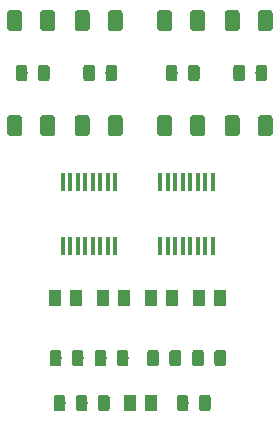
<source format=gbr>
G04 #@! TF.GenerationSoftware,KiCad,Pcbnew,(5.1.2)-2*
G04 #@! TF.CreationDate,2019-12-14T19:53:28+01:00*
G04 #@! TF.ProjectId,IS1212_click,49533132-3132-45f6-936c-69636b2e6b69,rev?*
G04 #@! TF.SameCoordinates,Original*
G04 #@! TF.FileFunction,Paste,Top*
G04 #@! TF.FilePolarity,Positive*
%FSLAX46Y46*%
G04 Gerber Fmt 4.6, Leading zero omitted, Abs format (unit mm)*
G04 Created by KiCad (PCBNEW (5.1.2)-2) date 2019-12-14 19:53:28*
%MOMM*%
%LPD*%
G04 APERTURE LIST*
%ADD10R,0.406400X1.600200*%
%ADD11C,0.100000*%
%ADD12C,0.975000*%
%ADD13C,1.250000*%
%ADD14R,1.100000X1.400000*%
G04 APERTURE END LIST*
D10*
X74295000Y-133350000D03*
X73660000Y-133350000D03*
X73025000Y-133350000D03*
X72390000Y-133350000D03*
X71755000Y-133350000D03*
X71120000Y-133350000D03*
X70485000Y-133350000D03*
X69850000Y-133350000D03*
X74295000Y-127939800D03*
X73660000Y-127939800D03*
X73025000Y-127939800D03*
X72390000Y-127939800D03*
X71755000Y-127939800D03*
X71120000Y-127939800D03*
X70485000Y-127939800D03*
X69850000Y-127939800D03*
X78105000Y-127939800D03*
X78740000Y-127939800D03*
X79375000Y-127939800D03*
X80010000Y-127939800D03*
X80645000Y-127939800D03*
X81280000Y-127939800D03*
X81915000Y-127939800D03*
X82550000Y-127939800D03*
X78105000Y-133350000D03*
X78740000Y-133350000D03*
X79375000Y-133350000D03*
X80010000Y-133350000D03*
X80645000Y-133350000D03*
X81280000Y-133350000D03*
X81915000Y-133350000D03*
X82550000Y-133350000D03*
D11*
G36*
X66640142Y-118046174D02*
G01*
X66663803Y-118049684D01*
X66687007Y-118055496D01*
X66709529Y-118063554D01*
X66731153Y-118073782D01*
X66751670Y-118086079D01*
X66770883Y-118100329D01*
X66788607Y-118116393D01*
X66804671Y-118134117D01*
X66818921Y-118153330D01*
X66831218Y-118173847D01*
X66841446Y-118195471D01*
X66849504Y-118217993D01*
X66855316Y-118241197D01*
X66858826Y-118264858D01*
X66860000Y-118288750D01*
X66860000Y-119201250D01*
X66858826Y-119225142D01*
X66855316Y-119248803D01*
X66849504Y-119272007D01*
X66841446Y-119294529D01*
X66831218Y-119316153D01*
X66818921Y-119336670D01*
X66804671Y-119355883D01*
X66788607Y-119373607D01*
X66770883Y-119389671D01*
X66751670Y-119403921D01*
X66731153Y-119416218D01*
X66709529Y-119426446D01*
X66687007Y-119434504D01*
X66663803Y-119440316D01*
X66640142Y-119443826D01*
X66616250Y-119445000D01*
X66128750Y-119445000D01*
X66104858Y-119443826D01*
X66081197Y-119440316D01*
X66057993Y-119434504D01*
X66035471Y-119426446D01*
X66013847Y-119416218D01*
X65993330Y-119403921D01*
X65974117Y-119389671D01*
X65956393Y-119373607D01*
X65940329Y-119355883D01*
X65926079Y-119336670D01*
X65913782Y-119316153D01*
X65903554Y-119294529D01*
X65895496Y-119272007D01*
X65889684Y-119248803D01*
X65886174Y-119225142D01*
X65885000Y-119201250D01*
X65885000Y-118288750D01*
X65886174Y-118264858D01*
X65889684Y-118241197D01*
X65895496Y-118217993D01*
X65903554Y-118195471D01*
X65913782Y-118173847D01*
X65926079Y-118153330D01*
X65940329Y-118134117D01*
X65956393Y-118116393D01*
X65974117Y-118100329D01*
X65993330Y-118086079D01*
X66013847Y-118073782D01*
X66035471Y-118063554D01*
X66057993Y-118055496D01*
X66081197Y-118049684D01*
X66104858Y-118046174D01*
X66128750Y-118045000D01*
X66616250Y-118045000D01*
X66640142Y-118046174D01*
X66640142Y-118046174D01*
G37*
D12*
X66372500Y-118745000D03*
D11*
G36*
X68515142Y-118046174D02*
G01*
X68538803Y-118049684D01*
X68562007Y-118055496D01*
X68584529Y-118063554D01*
X68606153Y-118073782D01*
X68626670Y-118086079D01*
X68645883Y-118100329D01*
X68663607Y-118116393D01*
X68679671Y-118134117D01*
X68693921Y-118153330D01*
X68706218Y-118173847D01*
X68716446Y-118195471D01*
X68724504Y-118217993D01*
X68730316Y-118241197D01*
X68733826Y-118264858D01*
X68735000Y-118288750D01*
X68735000Y-119201250D01*
X68733826Y-119225142D01*
X68730316Y-119248803D01*
X68724504Y-119272007D01*
X68716446Y-119294529D01*
X68706218Y-119316153D01*
X68693921Y-119336670D01*
X68679671Y-119355883D01*
X68663607Y-119373607D01*
X68645883Y-119389671D01*
X68626670Y-119403921D01*
X68606153Y-119416218D01*
X68584529Y-119426446D01*
X68562007Y-119434504D01*
X68538803Y-119440316D01*
X68515142Y-119443826D01*
X68491250Y-119445000D01*
X68003750Y-119445000D01*
X67979858Y-119443826D01*
X67956197Y-119440316D01*
X67932993Y-119434504D01*
X67910471Y-119426446D01*
X67888847Y-119416218D01*
X67868330Y-119403921D01*
X67849117Y-119389671D01*
X67831393Y-119373607D01*
X67815329Y-119355883D01*
X67801079Y-119336670D01*
X67788782Y-119316153D01*
X67778554Y-119294529D01*
X67770496Y-119272007D01*
X67764684Y-119248803D01*
X67761174Y-119225142D01*
X67760000Y-119201250D01*
X67760000Y-118288750D01*
X67761174Y-118264858D01*
X67764684Y-118241197D01*
X67770496Y-118217993D01*
X67778554Y-118195471D01*
X67788782Y-118173847D01*
X67801079Y-118153330D01*
X67815329Y-118134117D01*
X67831393Y-118116393D01*
X67849117Y-118100329D01*
X67868330Y-118086079D01*
X67888847Y-118073782D01*
X67910471Y-118063554D01*
X67932993Y-118055496D01*
X67956197Y-118049684D01*
X67979858Y-118046174D01*
X68003750Y-118045000D01*
X68491250Y-118045000D01*
X68515142Y-118046174D01*
X68515142Y-118046174D01*
G37*
D12*
X68247500Y-118745000D03*
D11*
G36*
X74230142Y-118046174D02*
G01*
X74253803Y-118049684D01*
X74277007Y-118055496D01*
X74299529Y-118063554D01*
X74321153Y-118073782D01*
X74341670Y-118086079D01*
X74360883Y-118100329D01*
X74378607Y-118116393D01*
X74394671Y-118134117D01*
X74408921Y-118153330D01*
X74421218Y-118173847D01*
X74431446Y-118195471D01*
X74439504Y-118217993D01*
X74445316Y-118241197D01*
X74448826Y-118264858D01*
X74450000Y-118288750D01*
X74450000Y-119201250D01*
X74448826Y-119225142D01*
X74445316Y-119248803D01*
X74439504Y-119272007D01*
X74431446Y-119294529D01*
X74421218Y-119316153D01*
X74408921Y-119336670D01*
X74394671Y-119355883D01*
X74378607Y-119373607D01*
X74360883Y-119389671D01*
X74341670Y-119403921D01*
X74321153Y-119416218D01*
X74299529Y-119426446D01*
X74277007Y-119434504D01*
X74253803Y-119440316D01*
X74230142Y-119443826D01*
X74206250Y-119445000D01*
X73718750Y-119445000D01*
X73694858Y-119443826D01*
X73671197Y-119440316D01*
X73647993Y-119434504D01*
X73625471Y-119426446D01*
X73603847Y-119416218D01*
X73583330Y-119403921D01*
X73564117Y-119389671D01*
X73546393Y-119373607D01*
X73530329Y-119355883D01*
X73516079Y-119336670D01*
X73503782Y-119316153D01*
X73493554Y-119294529D01*
X73485496Y-119272007D01*
X73479684Y-119248803D01*
X73476174Y-119225142D01*
X73475000Y-119201250D01*
X73475000Y-118288750D01*
X73476174Y-118264858D01*
X73479684Y-118241197D01*
X73485496Y-118217993D01*
X73493554Y-118195471D01*
X73503782Y-118173847D01*
X73516079Y-118153330D01*
X73530329Y-118134117D01*
X73546393Y-118116393D01*
X73564117Y-118100329D01*
X73583330Y-118086079D01*
X73603847Y-118073782D01*
X73625471Y-118063554D01*
X73647993Y-118055496D01*
X73671197Y-118049684D01*
X73694858Y-118046174D01*
X73718750Y-118045000D01*
X74206250Y-118045000D01*
X74230142Y-118046174D01*
X74230142Y-118046174D01*
G37*
D12*
X73962500Y-118745000D03*
D11*
G36*
X72355142Y-118046174D02*
G01*
X72378803Y-118049684D01*
X72402007Y-118055496D01*
X72424529Y-118063554D01*
X72446153Y-118073782D01*
X72466670Y-118086079D01*
X72485883Y-118100329D01*
X72503607Y-118116393D01*
X72519671Y-118134117D01*
X72533921Y-118153330D01*
X72546218Y-118173847D01*
X72556446Y-118195471D01*
X72564504Y-118217993D01*
X72570316Y-118241197D01*
X72573826Y-118264858D01*
X72575000Y-118288750D01*
X72575000Y-119201250D01*
X72573826Y-119225142D01*
X72570316Y-119248803D01*
X72564504Y-119272007D01*
X72556446Y-119294529D01*
X72546218Y-119316153D01*
X72533921Y-119336670D01*
X72519671Y-119355883D01*
X72503607Y-119373607D01*
X72485883Y-119389671D01*
X72466670Y-119403921D01*
X72446153Y-119416218D01*
X72424529Y-119426446D01*
X72402007Y-119434504D01*
X72378803Y-119440316D01*
X72355142Y-119443826D01*
X72331250Y-119445000D01*
X71843750Y-119445000D01*
X71819858Y-119443826D01*
X71796197Y-119440316D01*
X71772993Y-119434504D01*
X71750471Y-119426446D01*
X71728847Y-119416218D01*
X71708330Y-119403921D01*
X71689117Y-119389671D01*
X71671393Y-119373607D01*
X71655329Y-119355883D01*
X71641079Y-119336670D01*
X71628782Y-119316153D01*
X71618554Y-119294529D01*
X71610496Y-119272007D01*
X71604684Y-119248803D01*
X71601174Y-119225142D01*
X71600000Y-119201250D01*
X71600000Y-118288750D01*
X71601174Y-118264858D01*
X71604684Y-118241197D01*
X71610496Y-118217993D01*
X71618554Y-118195471D01*
X71628782Y-118173847D01*
X71641079Y-118153330D01*
X71655329Y-118134117D01*
X71671393Y-118116393D01*
X71689117Y-118100329D01*
X71708330Y-118086079D01*
X71728847Y-118073782D01*
X71750471Y-118063554D01*
X71772993Y-118055496D01*
X71796197Y-118049684D01*
X71819858Y-118046174D01*
X71843750Y-118045000D01*
X72331250Y-118045000D01*
X72355142Y-118046174D01*
X72355142Y-118046174D01*
G37*
D12*
X72087500Y-118745000D03*
D11*
G36*
X79340142Y-118046174D02*
G01*
X79363803Y-118049684D01*
X79387007Y-118055496D01*
X79409529Y-118063554D01*
X79431153Y-118073782D01*
X79451670Y-118086079D01*
X79470883Y-118100329D01*
X79488607Y-118116393D01*
X79504671Y-118134117D01*
X79518921Y-118153330D01*
X79531218Y-118173847D01*
X79541446Y-118195471D01*
X79549504Y-118217993D01*
X79555316Y-118241197D01*
X79558826Y-118264858D01*
X79560000Y-118288750D01*
X79560000Y-119201250D01*
X79558826Y-119225142D01*
X79555316Y-119248803D01*
X79549504Y-119272007D01*
X79541446Y-119294529D01*
X79531218Y-119316153D01*
X79518921Y-119336670D01*
X79504671Y-119355883D01*
X79488607Y-119373607D01*
X79470883Y-119389671D01*
X79451670Y-119403921D01*
X79431153Y-119416218D01*
X79409529Y-119426446D01*
X79387007Y-119434504D01*
X79363803Y-119440316D01*
X79340142Y-119443826D01*
X79316250Y-119445000D01*
X78828750Y-119445000D01*
X78804858Y-119443826D01*
X78781197Y-119440316D01*
X78757993Y-119434504D01*
X78735471Y-119426446D01*
X78713847Y-119416218D01*
X78693330Y-119403921D01*
X78674117Y-119389671D01*
X78656393Y-119373607D01*
X78640329Y-119355883D01*
X78626079Y-119336670D01*
X78613782Y-119316153D01*
X78603554Y-119294529D01*
X78595496Y-119272007D01*
X78589684Y-119248803D01*
X78586174Y-119225142D01*
X78585000Y-119201250D01*
X78585000Y-118288750D01*
X78586174Y-118264858D01*
X78589684Y-118241197D01*
X78595496Y-118217993D01*
X78603554Y-118195471D01*
X78613782Y-118173847D01*
X78626079Y-118153330D01*
X78640329Y-118134117D01*
X78656393Y-118116393D01*
X78674117Y-118100329D01*
X78693330Y-118086079D01*
X78713847Y-118073782D01*
X78735471Y-118063554D01*
X78757993Y-118055496D01*
X78781197Y-118049684D01*
X78804858Y-118046174D01*
X78828750Y-118045000D01*
X79316250Y-118045000D01*
X79340142Y-118046174D01*
X79340142Y-118046174D01*
G37*
D12*
X79072500Y-118745000D03*
D11*
G36*
X81215142Y-118046174D02*
G01*
X81238803Y-118049684D01*
X81262007Y-118055496D01*
X81284529Y-118063554D01*
X81306153Y-118073782D01*
X81326670Y-118086079D01*
X81345883Y-118100329D01*
X81363607Y-118116393D01*
X81379671Y-118134117D01*
X81393921Y-118153330D01*
X81406218Y-118173847D01*
X81416446Y-118195471D01*
X81424504Y-118217993D01*
X81430316Y-118241197D01*
X81433826Y-118264858D01*
X81435000Y-118288750D01*
X81435000Y-119201250D01*
X81433826Y-119225142D01*
X81430316Y-119248803D01*
X81424504Y-119272007D01*
X81416446Y-119294529D01*
X81406218Y-119316153D01*
X81393921Y-119336670D01*
X81379671Y-119355883D01*
X81363607Y-119373607D01*
X81345883Y-119389671D01*
X81326670Y-119403921D01*
X81306153Y-119416218D01*
X81284529Y-119426446D01*
X81262007Y-119434504D01*
X81238803Y-119440316D01*
X81215142Y-119443826D01*
X81191250Y-119445000D01*
X80703750Y-119445000D01*
X80679858Y-119443826D01*
X80656197Y-119440316D01*
X80632993Y-119434504D01*
X80610471Y-119426446D01*
X80588847Y-119416218D01*
X80568330Y-119403921D01*
X80549117Y-119389671D01*
X80531393Y-119373607D01*
X80515329Y-119355883D01*
X80501079Y-119336670D01*
X80488782Y-119316153D01*
X80478554Y-119294529D01*
X80470496Y-119272007D01*
X80464684Y-119248803D01*
X80461174Y-119225142D01*
X80460000Y-119201250D01*
X80460000Y-118288750D01*
X80461174Y-118264858D01*
X80464684Y-118241197D01*
X80470496Y-118217993D01*
X80478554Y-118195471D01*
X80488782Y-118173847D01*
X80501079Y-118153330D01*
X80515329Y-118134117D01*
X80531393Y-118116393D01*
X80549117Y-118100329D01*
X80568330Y-118086079D01*
X80588847Y-118073782D01*
X80610471Y-118063554D01*
X80632993Y-118055496D01*
X80656197Y-118049684D01*
X80679858Y-118046174D01*
X80703750Y-118045000D01*
X81191250Y-118045000D01*
X81215142Y-118046174D01*
X81215142Y-118046174D01*
G37*
D12*
X80947500Y-118745000D03*
D11*
G36*
X85055142Y-118046174D02*
G01*
X85078803Y-118049684D01*
X85102007Y-118055496D01*
X85124529Y-118063554D01*
X85146153Y-118073782D01*
X85166670Y-118086079D01*
X85185883Y-118100329D01*
X85203607Y-118116393D01*
X85219671Y-118134117D01*
X85233921Y-118153330D01*
X85246218Y-118173847D01*
X85256446Y-118195471D01*
X85264504Y-118217993D01*
X85270316Y-118241197D01*
X85273826Y-118264858D01*
X85275000Y-118288750D01*
X85275000Y-119201250D01*
X85273826Y-119225142D01*
X85270316Y-119248803D01*
X85264504Y-119272007D01*
X85256446Y-119294529D01*
X85246218Y-119316153D01*
X85233921Y-119336670D01*
X85219671Y-119355883D01*
X85203607Y-119373607D01*
X85185883Y-119389671D01*
X85166670Y-119403921D01*
X85146153Y-119416218D01*
X85124529Y-119426446D01*
X85102007Y-119434504D01*
X85078803Y-119440316D01*
X85055142Y-119443826D01*
X85031250Y-119445000D01*
X84543750Y-119445000D01*
X84519858Y-119443826D01*
X84496197Y-119440316D01*
X84472993Y-119434504D01*
X84450471Y-119426446D01*
X84428847Y-119416218D01*
X84408330Y-119403921D01*
X84389117Y-119389671D01*
X84371393Y-119373607D01*
X84355329Y-119355883D01*
X84341079Y-119336670D01*
X84328782Y-119316153D01*
X84318554Y-119294529D01*
X84310496Y-119272007D01*
X84304684Y-119248803D01*
X84301174Y-119225142D01*
X84300000Y-119201250D01*
X84300000Y-118288750D01*
X84301174Y-118264858D01*
X84304684Y-118241197D01*
X84310496Y-118217993D01*
X84318554Y-118195471D01*
X84328782Y-118173847D01*
X84341079Y-118153330D01*
X84355329Y-118134117D01*
X84371393Y-118116393D01*
X84389117Y-118100329D01*
X84408330Y-118086079D01*
X84428847Y-118073782D01*
X84450471Y-118063554D01*
X84472993Y-118055496D01*
X84496197Y-118049684D01*
X84519858Y-118046174D01*
X84543750Y-118045000D01*
X85031250Y-118045000D01*
X85055142Y-118046174D01*
X85055142Y-118046174D01*
G37*
D12*
X84787500Y-118745000D03*
D11*
G36*
X86930142Y-118046174D02*
G01*
X86953803Y-118049684D01*
X86977007Y-118055496D01*
X86999529Y-118063554D01*
X87021153Y-118073782D01*
X87041670Y-118086079D01*
X87060883Y-118100329D01*
X87078607Y-118116393D01*
X87094671Y-118134117D01*
X87108921Y-118153330D01*
X87121218Y-118173847D01*
X87131446Y-118195471D01*
X87139504Y-118217993D01*
X87145316Y-118241197D01*
X87148826Y-118264858D01*
X87150000Y-118288750D01*
X87150000Y-119201250D01*
X87148826Y-119225142D01*
X87145316Y-119248803D01*
X87139504Y-119272007D01*
X87131446Y-119294529D01*
X87121218Y-119316153D01*
X87108921Y-119336670D01*
X87094671Y-119355883D01*
X87078607Y-119373607D01*
X87060883Y-119389671D01*
X87041670Y-119403921D01*
X87021153Y-119416218D01*
X86999529Y-119426446D01*
X86977007Y-119434504D01*
X86953803Y-119440316D01*
X86930142Y-119443826D01*
X86906250Y-119445000D01*
X86418750Y-119445000D01*
X86394858Y-119443826D01*
X86371197Y-119440316D01*
X86347993Y-119434504D01*
X86325471Y-119426446D01*
X86303847Y-119416218D01*
X86283330Y-119403921D01*
X86264117Y-119389671D01*
X86246393Y-119373607D01*
X86230329Y-119355883D01*
X86216079Y-119336670D01*
X86203782Y-119316153D01*
X86193554Y-119294529D01*
X86185496Y-119272007D01*
X86179684Y-119248803D01*
X86176174Y-119225142D01*
X86175000Y-119201250D01*
X86175000Y-118288750D01*
X86176174Y-118264858D01*
X86179684Y-118241197D01*
X86185496Y-118217993D01*
X86193554Y-118195471D01*
X86203782Y-118173847D01*
X86216079Y-118153330D01*
X86230329Y-118134117D01*
X86246393Y-118116393D01*
X86264117Y-118100329D01*
X86283330Y-118086079D01*
X86303847Y-118073782D01*
X86325471Y-118063554D01*
X86347993Y-118055496D01*
X86371197Y-118049684D01*
X86394858Y-118046174D01*
X86418750Y-118045000D01*
X86906250Y-118045000D01*
X86930142Y-118046174D01*
X86930142Y-118046174D01*
G37*
D12*
X86662500Y-118745000D03*
D11*
G36*
X82152642Y-145986174D02*
G01*
X82176303Y-145989684D01*
X82199507Y-145995496D01*
X82222029Y-146003554D01*
X82243653Y-146013782D01*
X82264170Y-146026079D01*
X82283383Y-146040329D01*
X82301107Y-146056393D01*
X82317171Y-146074117D01*
X82331421Y-146093330D01*
X82343718Y-146113847D01*
X82353946Y-146135471D01*
X82362004Y-146157993D01*
X82367816Y-146181197D01*
X82371326Y-146204858D01*
X82372500Y-146228750D01*
X82372500Y-147141250D01*
X82371326Y-147165142D01*
X82367816Y-147188803D01*
X82362004Y-147212007D01*
X82353946Y-147234529D01*
X82343718Y-147256153D01*
X82331421Y-147276670D01*
X82317171Y-147295883D01*
X82301107Y-147313607D01*
X82283383Y-147329671D01*
X82264170Y-147343921D01*
X82243653Y-147356218D01*
X82222029Y-147366446D01*
X82199507Y-147374504D01*
X82176303Y-147380316D01*
X82152642Y-147383826D01*
X82128750Y-147385000D01*
X81641250Y-147385000D01*
X81617358Y-147383826D01*
X81593697Y-147380316D01*
X81570493Y-147374504D01*
X81547971Y-147366446D01*
X81526347Y-147356218D01*
X81505830Y-147343921D01*
X81486617Y-147329671D01*
X81468893Y-147313607D01*
X81452829Y-147295883D01*
X81438579Y-147276670D01*
X81426282Y-147256153D01*
X81416054Y-147234529D01*
X81407996Y-147212007D01*
X81402184Y-147188803D01*
X81398674Y-147165142D01*
X81397500Y-147141250D01*
X81397500Y-146228750D01*
X81398674Y-146204858D01*
X81402184Y-146181197D01*
X81407996Y-146157993D01*
X81416054Y-146135471D01*
X81426282Y-146113847D01*
X81438579Y-146093330D01*
X81452829Y-146074117D01*
X81468893Y-146056393D01*
X81486617Y-146040329D01*
X81505830Y-146026079D01*
X81526347Y-146013782D01*
X81547971Y-146003554D01*
X81570493Y-145995496D01*
X81593697Y-145989684D01*
X81617358Y-145986174D01*
X81641250Y-145985000D01*
X82128750Y-145985000D01*
X82152642Y-145986174D01*
X82152642Y-145986174D01*
G37*
D12*
X81885000Y-146685000D03*
D11*
G36*
X80277642Y-145986174D02*
G01*
X80301303Y-145989684D01*
X80324507Y-145995496D01*
X80347029Y-146003554D01*
X80368653Y-146013782D01*
X80389170Y-146026079D01*
X80408383Y-146040329D01*
X80426107Y-146056393D01*
X80442171Y-146074117D01*
X80456421Y-146093330D01*
X80468718Y-146113847D01*
X80478946Y-146135471D01*
X80487004Y-146157993D01*
X80492816Y-146181197D01*
X80496326Y-146204858D01*
X80497500Y-146228750D01*
X80497500Y-147141250D01*
X80496326Y-147165142D01*
X80492816Y-147188803D01*
X80487004Y-147212007D01*
X80478946Y-147234529D01*
X80468718Y-147256153D01*
X80456421Y-147276670D01*
X80442171Y-147295883D01*
X80426107Y-147313607D01*
X80408383Y-147329671D01*
X80389170Y-147343921D01*
X80368653Y-147356218D01*
X80347029Y-147366446D01*
X80324507Y-147374504D01*
X80301303Y-147380316D01*
X80277642Y-147383826D01*
X80253750Y-147385000D01*
X79766250Y-147385000D01*
X79742358Y-147383826D01*
X79718697Y-147380316D01*
X79695493Y-147374504D01*
X79672971Y-147366446D01*
X79651347Y-147356218D01*
X79630830Y-147343921D01*
X79611617Y-147329671D01*
X79593893Y-147313607D01*
X79577829Y-147295883D01*
X79563579Y-147276670D01*
X79551282Y-147256153D01*
X79541054Y-147234529D01*
X79532996Y-147212007D01*
X79527184Y-147188803D01*
X79523674Y-147165142D01*
X79522500Y-147141250D01*
X79522500Y-146228750D01*
X79523674Y-146204858D01*
X79527184Y-146181197D01*
X79532996Y-146157993D01*
X79541054Y-146135471D01*
X79551282Y-146113847D01*
X79563579Y-146093330D01*
X79577829Y-146074117D01*
X79593893Y-146056393D01*
X79611617Y-146040329D01*
X79630830Y-146026079D01*
X79651347Y-146013782D01*
X79672971Y-146003554D01*
X79695493Y-145995496D01*
X79718697Y-145989684D01*
X79742358Y-145986174D01*
X79766250Y-145985000D01*
X80253750Y-145985000D01*
X80277642Y-145986174D01*
X80277642Y-145986174D01*
G37*
D12*
X80010000Y-146685000D03*
D11*
G36*
X66179504Y-122316204D02*
G01*
X66203773Y-122319804D01*
X66227571Y-122325765D01*
X66250671Y-122334030D01*
X66272849Y-122344520D01*
X66293893Y-122357133D01*
X66313598Y-122371747D01*
X66331777Y-122388223D01*
X66348253Y-122406402D01*
X66362867Y-122426107D01*
X66375480Y-122447151D01*
X66385970Y-122469329D01*
X66394235Y-122492429D01*
X66400196Y-122516227D01*
X66403796Y-122540496D01*
X66405000Y-122565000D01*
X66405000Y-123815000D01*
X66403796Y-123839504D01*
X66400196Y-123863773D01*
X66394235Y-123887571D01*
X66385970Y-123910671D01*
X66375480Y-123932849D01*
X66362867Y-123953893D01*
X66348253Y-123973598D01*
X66331777Y-123991777D01*
X66313598Y-124008253D01*
X66293893Y-124022867D01*
X66272849Y-124035480D01*
X66250671Y-124045970D01*
X66227571Y-124054235D01*
X66203773Y-124060196D01*
X66179504Y-124063796D01*
X66155000Y-124065000D01*
X65405000Y-124065000D01*
X65380496Y-124063796D01*
X65356227Y-124060196D01*
X65332429Y-124054235D01*
X65309329Y-124045970D01*
X65287151Y-124035480D01*
X65266107Y-124022867D01*
X65246402Y-124008253D01*
X65228223Y-123991777D01*
X65211747Y-123973598D01*
X65197133Y-123953893D01*
X65184520Y-123932849D01*
X65174030Y-123910671D01*
X65165765Y-123887571D01*
X65159804Y-123863773D01*
X65156204Y-123839504D01*
X65155000Y-123815000D01*
X65155000Y-122565000D01*
X65156204Y-122540496D01*
X65159804Y-122516227D01*
X65165765Y-122492429D01*
X65174030Y-122469329D01*
X65184520Y-122447151D01*
X65197133Y-122426107D01*
X65211747Y-122406402D01*
X65228223Y-122388223D01*
X65246402Y-122371747D01*
X65266107Y-122357133D01*
X65287151Y-122344520D01*
X65309329Y-122334030D01*
X65332429Y-122325765D01*
X65356227Y-122319804D01*
X65380496Y-122316204D01*
X65405000Y-122315000D01*
X66155000Y-122315000D01*
X66179504Y-122316204D01*
X66179504Y-122316204D01*
G37*
D13*
X65780000Y-123190000D03*
D11*
G36*
X68979504Y-122316204D02*
G01*
X69003773Y-122319804D01*
X69027571Y-122325765D01*
X69050671Y-122334030D01*
X69072849Y-122344520D01*
X69093893Y-122357133D01*
X69113598Y-122371747D01*
X69131777Y-122388223D01*
X69148253Y-122406402D01*
X69162867Y-122426107D01*
X69175480Y-122447151D01*
X69185970Y-122469329D01*
X69194235Y-122492429D01*
X69200196Y-122516227D01*
X69203796Y-122540496D01*
X69205000Y-122565000D01*
X69205000Y-123815000D01*
X69203796Y-123839504D01*
X69200196Y-123863773D01*
X69194235Y-123887571D01*
X69185970Y-123910671D01*
X69175480Y-123932849D01*
X69162867Y-123953893D01*
X69148253Y-123973598D01*
X69131777Y-123991777D01*
X69113598Y-124008253D01*
X69093893Y-124022867D01*
X69072849Y-124035480D01*
X69050671Y-124045970D01*
X69027571Y-124054235D01*
X69003773Y-124060196D01*
X68979504Y-124063796D01*
X68955000Y-124065000D01*
X68205000Y-124065000D01*
X68180496Y-124063796D01*
X68156227Y-124060196D01*
X68132429Y-124054235D01*
X68109329Y-124045970D01*
X68087151Y-124035480D01*
X68066107Y-124022867D01*
X68046402Y-124008253D01*
X68028223Y-123991777D01*
X68011747Y-123973598D01*
X67997133Y-123953893D01*
X67984520Y-123932849D01*
X67974030Y-123910671D01*
X67965765Y-123887571D01*
X67959804Y-123863773D01*
X67956204Y-123839504D01*
X67955000Y-123815000D01*
X67955000Y-122565000D01*
X67956204Y-122540496D01*
X67959804Y-122516227D01*
X67965765Y-122492429D01*
X67974030Y-122469329D01*
X67984520Y-122447151D01*
X67997133Y-122426107D01*
X68011747Y-122406402D01*
X68028223Y-122388223D01*
X68046402Y-122371747D01*
X68066107Y-122357133D01*
X68087151Y-122344520D01*
X68109329Y-122334030D01*
X68132429Y-122325765D01*
X68156227Y-122319804D01*
X68180496Y-122316204D01*
X68205000Y-122315000D01*
X68955000Y-122315000D01*
X68979504Y-122316204D01*
X68979504Y-122316204D01*
G37*
D13*
X68580000Y-123190000D03*
D11*
G36*
X74694504Y-113426204D02*
G01*
X74718773Y-113429804D01*
X74742571Y-113435765D01*
X74765671Y-113444030D01*
X74787849Y-113454520D01*
X74808893Y-113467133D01*
X74828598Y-113481747D01*
X74846777Y-113498223D01*
X74863253Y-113516402D01*
X74877867Y-113536107D01*
X74890480Y-113557151D01*
X74900970Y-113579329D01*
X74909235Y-113602429D01*
X74915196Y-113626227D01*
X74918796Y-113650496D01*
X74920000Y-113675000D01*
X74920000Y-114925000D01*
X74918796Y-114949504D01*
X74915196Y-114973773D01*
X74909235Y-114997571D01*
X74900970Y-115020671D01*
X74890480Y-115042849D01*
X74877867Y-115063893D01*
X74863253Y-115083598D01*
X74846777Y-115101777D01*
X74828598Y-115118253D01*
X74808893Y-115132867D01*
X74787849Y-115145480D01*
X74765671Y-115155970D01*
X74742571Y-115164235D01*
X74718773Y-115170196D01*
X74694504Y-115173796D01*
X74670000Y-115175000D01*
X73920000Y-115175000D01*
X73895496Y-115173796D01*
X73871227Y-115170196D01*
X73847429Y-115164235D01*
X73824329Y-115155970D01*
X73802151Y-115145480D01*
X73781107Y-115132867D01*
X73761402Y-115118253D01*
X73743223Y-115101777D01*
X73726747Y-115083598D01*
X73712133Y-115063893D01*
X73699520Y-115042849D01*
X73689030Y-115020671D01*
X73680765Y-114997571D01*
X73674804Y-114973773D01*
X73671204Y-114949504D01*
X73670000Y-114925000D01*
X73670000Y-113675000D01*
X73671204Y-113650496D01*
X73674804Y-113626227D01*
X73680765Y-113602429D01*
X73689030Y-113579329D01*
X73699520Y-113557151D01*
X73712133Y-113536107D01*
X73726747Y-113516402D01*
X73743223Y-113498223D01*
X73761402Y-113481747D01*
X73781107Y-113467133D01*
X73802151Y-113454520D01*
X73824329Y-113444030D01*
X73847429Y-113435765D01*
X73871227Y-113429804D01*
X73895496Y-113426204D01*
X73920000Y-113425000D01*
X74670000Y-113425000D01*
X74694504Y-113426204D01*
X74694504Y-113426204D01*
G37*
D13*
X74295000Y-114300000D03*
D11*
G36*
X71894504Y-113426204D02*
G01*
X71918773Y-113429804D01*
X71942571Y-113435765D01*
X71965671Y-113444030D01*
X71987849Y-113454520D01*
X72008893Y-113467133D01*
X72028598Y-113481747D01*
X72046777Y-113498223D01*
X72063253Y-113516402D01*
X72077867Y-113536107D01*
X72090480Y-113557151D01*
X72100970Y-113579329D01*
X72109235Y-113602429D01*
X72115196Y-113626227D01*
X72118796Y-113650496D01*
X72120000Y-113675000D01*
X72120000Y-114925000D01*
X72118796Y-114949504D01*
X72115196Y-114973773D01*
X72109235Y-114997571D01*
X72100970Y-115020671D01*
X72090480Y-115042849D01*
X72077867Y-115063893D01*
X72063253Y-115083598D01*
X72046777Y-115101777D01*
X72028598Y-115118253D01*
X72008893Y-115132867D01*
X71987849Y-115145480D01*
X71965671Y-115155970D01*
X71942571Y-115164235D01*
X71918773Y-115170196D01*
X71894504Y-115173796D01*
X71870000Y-115175000D01*
X71120000Y-115175000D01*
X71095496Y-115173796D01*
X71071227Y-115170196D01*
X71047429Y-115164235D01*
X71024329Y-115155970D01*
X71002151Y-115145480D01*
X70981107Y-115132867D01*
X70961402Y-115118253D01*
X70943223Y-115101777D01*
X70926747Y-115083598D01*
X70912133Y-115063893D01*
X70899520Y-115042849D01*
X70889030Y-115020671D01*
X70880765Y-114997571D01*
X70874804Y-114973773D01*
X70871204Y-114949504D01*
X70870000Y-114925000D01*
X70870000Y-113675000D01*
X70871204Y-113650496D01*
X70874804Y-113626227D01*
X70880765Y-113602429D01*
X70889030Y-113579329D01*
X70899520Y-113557151D01*
X70912133Y-113536107D01*
X70926747Y-113516402D01*
X70943223Y-113498223D01*
X70961402Y-113481747D01*
X70981107Y-113467133D01*
X71002151Y-113454520D01*
X71024329Y-113444030D01*
X71047429Y-113435765D01*
X71071227Y-113429804D01*
X71095496Y-113426204D01*
X71120000Y-113425000D01*
X71870000Y-113425000D01*
X71894504Y-113426204D01*
X71894504Y-113426204D01*
G37*
D13*
X71495000Y-114300000D03*
D11*
G36*
X81679504Y-122316204D02*
G01*
X81703773Y-122319804D01*
X81727571Y-122325765D01*
X81750671Y-122334030D01*
X81772849Y-122344520D01*
X81793893Y-122357133D01*
X81813598Y-122371747D01*
X81831777Y-122388223D01*
X81848253Y-122406402D01*
X81862867Y-122426107D01*
X81875480Y-122447151D01*
X81885970Y-122469329D01*
X81894235Y-122492429D01*
X81900196Y-122516227D01*
X81903796Y-122540496D01*
X81905000Y-122565000D01*
X81905000Y-123815000D01*
X81903796Y-123839504D01*
X81900196Y-123863773D01*
X81894235Y-123887571D01*
X81885970Y-123910671D01*
X81875480Y-123932849D01*
X81862867Y-123953893D01*
X81848253Y-123973598D01*
X81831777Y-123991777D01*
X81813598Y-124008253D01*
X81793893Y-124022867D01*
X81772849Y-124035480D01*
X81750671Y-124045970D01*
X81727571Y-124054235D01*
X81703773Y-124060196D01*
X81679504Y-124063796D01*
X81655000Y-124065000D01*
X80905000Y-124065000D01*
X80880496Y-124063796D01*
X80856227Y-124060196D01*
X80832429Y-124054235D01*
X80809329Y-124045970D01*
X80787151Y-124035480D01*
X80766107Y-124022867D01*
X80746402Y-124008253D01*
X80728223Y-123991777D01*
X80711747Y-123973598D01*
X80697133Y-123953893D01*
X80684520Y-123932849D01*
X80674030Y-123910671D01*
X80665765Y-123887571D01*
X80659804Y-123863773D01*
X80656204Y-123839504D01*
X80655000Y-123815000D01*
X80655000Y-122565000D01*
X80656204Y-122540496D01*
X80659804Y-122516227D01*
X80665765Y-122492429D01*
X80674030Y-122469329D01*
X80684520Y-122447151D01*
X80697133Y-122426107D01*
X80711747Y-122406402D01*
X80728223Y-122388223D01*
X80746402Y-122371747D01*
X80766107Y-122357133D01*
X80787151Y-122344520D01*
X80809329Y-122334030D01*
X80832429Y-122325765D01*
X80856227Y-122319804D01*
X80880496Y-122316204D01*
X80905000Y-122315000D01*
X81655000Y-122315000D01*
X81679504Y-122316204D01*
X81679504Y-122316204D01*
G37*
D13*
X81280000Y-123190000D03*
D11*
G36*
X78879504Y-122316204D02*
G01*
X78903773Y-122319804D01*
X78927571Y-122325765D01*
X78950671Y-122334030D01*
X78972849Y-122344520D01*
X78993893Y-122357133D01*
X79013598Y-122371747D01*
X79031777Y-122388223D01*
X79048253Y-122406402D01*
X79062867Y-122426107D01*
X79075480Y-122447151D01*
X79085970Y-122469329D01*
X79094235Y-122492429D01*
X79100196Y-122516227D01*
X79103796Y-122540496D01*
X79105000Y-122565000D01*
X79105000Y-123815000D01*
X79103796Y-123839504D01*
X79100196Y-123863773D01*
X79094235Y-123887571D01*
X79085970Y-123910671D01*
X79075480Y-123932849D01*
X79062867Y-123953893D01*
X79048253Y-123973598D01*
X79031777Y-123991777D01*
X79013598Y-124008253D01*
X78993893Y-124022867D01*
X78972849Y-124035480D01*
X78950671Y-124045970D01*
X78927571Y-124054235D01*
X78903773Y-124060196D01*
X78879504Y-124063796D01*
X78855000Y-124065000D01*
X78105000Y-124065000D01*
X78080496Y-124063796D01*
X78056227Y-124060196D01*
X78032429Y-124054235D01*
X78009329Y-124045970D01*
X77987151Y-124035480D01*
X77966107Y-124022867D01*
X77946402Y-124008253D01*
X77928223Y-123991777D01*
X77911747Y-123973598D01*
X77897133Y-123953893D01*
X77884520Y-123932849D01*
X77874030Y-123910671D01*
X77865765Y-123887571D01*
X77859804Y-123863773D01*
X77856204Y-123839504D01*
X77855000Y-123815000D01*
X77855000Y-122565000D01*
X77856204Y-122540496D01*
X77859804Y-122516227D01*
X77865765Y-122492429D01*
X77874030Y-122469329D01*
X77884520Y-122447151D01*
X77897133Y-122426107D01*
X77911747Y-122406402D01*
X77928223Y-122388223D01*
X77946402Y-122371747D01*
X77966107Y-122357133D01*
X77987151Y-122344520D01*
X78009329Y-122334030D01*
X78032429Y-122325765D01*
X78056227Y-122319804D01*
X78080496Y-122316204D01*
X78105000Y-122315000D01*
X78855000Y-122315000D01*
X78879504Y-122316204D01*
X78879504Y-122316204D01*
G37*
D13*
X78480000Y-123190000D03*
D11*
G36*
X87394504Y-122316204D02*
G01*
X87418773Y-122319804D01*
X87442571Y-122325765D01*
X87465671Y-122334030D01*
X87487849Y-122344520D01*
X87508893Y-122357133D01*
X87528598Y-122371747D01*
X87546777Y-122388223D01*
X87563253Y-122406402D01*
X87577867Y-122426107D01*
X87590480Y-122447151D01*
X87600970Y-122469329D01*
X87609235Y-122492429D01*
X87615196Y-122516227D01*
X87618796Y-122540496D01*
X87620000Y-122565000D01*
X87620000Y-123815000D01*
X87618796Y-123839504D01*
X87615196Y-123863773D01*
X87609235Y-123887571D01*
X87600970Y-123910671D01*
X87590480Y-123932849D01*
X87577867Y-123953893D01*
X87563253Y-123973598D01*
X87546777Y-123991777D01*
X87528598Y-124008253D01*
X87508893Y-124022867D01*
X87487849Y-124035480D01*
X87465671Y-124045970D01*
X87442571Y-124054235D01*
X87418773Y-124060196D01*
X87394504Y-124063796D01*
X87370000Y-124065000D01*
X86620000Y-124065000D01*
X86595496Y-124063796D01*
X86571227Y-124060196D01*
X86547429Y-124054235D01*
X86524329Y-124045970D01*
X86502151Y-124035480D01*
X86481107Y-124022867D01*
X86461402Y-124008253D01*
X86443223Y-123991777D01*
X86426747Y-123973598D01*
X86412133Y-123953893D01*
X86399520Y-123932849D01*
X86389030Y-123910671D01*
X86380765Y-123887571D01*
X86374804Y-123863773D01*
X86371204Y-123839504D01*
X86370000Y-123815000D01*
X86370000Y-122565000D01*
X86371204Y-122540496D01*
X86374804Y-122516227D01*
X86380765Y-122492429D01*
X86389030Y-122469329D01*
X86399520Y-122447151D01*
X86412133Y-122426107D01*
X86426747Y-122406402D01*
X86443223Y-122388223D01*
X86461402Y-122371747D01*
X86481107Y-122357133D01*
X86502151Y-122344520D01*
X86524329Y-122334030D01*
X86547429Y-122325765D01*
X86571227Y-122319804D01*
X86595496Y-122316204D01*
X86620000Y-122315000D01*
X87370000Y-122315000D01*
X87394504Y-122316204D01*
X87394504Y-122316204D01*
G37*
D13*
X86995000Y-123190000D03*
D11*
G36*
X84594504Y-122316204D02*
G01*
X84618773Y-122319804D01*
X84642571Y-122325765D01*
X84665671Y-122334030D01*
X84687849Y-122344520D01*
X84708893Y-122357133D01*
X84728598Y-122371747D01*
X84746777Y-122388223D01*
X84763253Y-122406402D01*
X84777867Y-122426107D01*
X84790480Y-122447151D01*
X84800970Y-122469329D01*
X84809235Y-122492429D01*
X84815196Y-122516227D01*
X84818796Y-122540496D01*
X84820000Y-122565000D01*
X84820000Y-123815000D01*
X84818796Y-123839504D01*
X84815196Y-123863773D01*
X84809235Y-123887571D01*
X84800970Y-123910671D01*
X84790480Y-123932849D01*
X84777867Y-123953893D01*
X84763253Y-123973598D01*
X84746777Y-123991777D01*
X84728598Y-124008253D01*
X84708893Y-124022867D01*
X84687849Y-124035480D01*
X84665671Y-124045970D01*
X84642571Y-124054235D01*
X84618773Y-124060196D01*
X84594504Y-124063796D01*
X84570000Y-124065000D01*
X83820000Y-124065000D01*
X83795496Y-124063796D01*
X83771227Y-124060196D01*
X83747429Y-124054235D01*
X83724329Y-124045970D01*
X83702151Y-124035480D01*
X83681107Y-124022867D01*
X83661402Y-124008253D01*
X83643223Y-123991777D01*
X83626747Y-123973598D01*
X83612133Y-123953893D01*
X83599520Y-123932849D01*
X83589030Y-123910671D01*
X83580765Y-123887571D01*
X83574804Y-123863773D01*
X83571204Y-123839504D01*
X83570000Y-123815000D01*
X83570000Y-122565000D01*
X83571204Y-122540496D01*
X83574804Y-122516227D01*
X83580765Y-122492429D01*
X83589030Y-122469329D01*
X83599520Y-122447151D01*
X83612133Y-122426107D01*
X83626747Y-122406402D01*
X83643223Y-122388223D01*
X83661402Y-122371747D01*
X83681107Y-122357133D01*
X83702151Y-122344520D01*
X83724329Y-122334030D01*
X83747429Y-122325765D01*
X83771227Y-122319804D01*
X83795496Y-122316204D01*
X83820000Y-122315000D01*
X84570000Y-122315000D01*
X84594504Y-122316204D01*
X84594504Y-122316204D01*
G37*
D13*
X84195000Y-123190000D03*
D11*
G36*
X66179504Y-113426204D02*
G01*
X66203773Y-113429804D01*
X66227571Y-113435765D01*
X66250671Y-113444030D01*
X66272849Y-113454520D01*
X66293893Y-113467133D01*
X66313598Y-113481747D01*
X66331777Y-113498223D01*
X66348253Y-113516402D01*
X66362867Y-113536107D01*
X66375480Y-113557151D01*
X66385970Y-113579329D01*
X66394235Y-113602429D01*
X66400196Y-113626227D01*
X66403796Y-113650496D01*
X66405000Y-113675000D01*
X66405000Y-114925000D01*
X66403796Y-114949504D01*
X66400196Y-114973773D01*
X66394235Y-114997571D01*
X66385970Y-115020671D01*
X66375480Y-115042849D01*
X66362867Y-115063893D01*
X66348253Y-115083598D01*
X66331777Y-115101777D01*
X66313598Y-115118253D01*
X66293893Y-115132867D01*
X66272849Y-115145480D01*
X66250671Y-115155970D01*
X66227571Y-115164235D01*
X66203773Y-115170196D01*
X66179504Y-115173796D01*
X66155000Y-115175000D01*
X65405000Y-115175000D01*
X65380496Y-115173796D01*
X65356227Y-115170196D01*
X65332429Y-115164235D01*
X65309329Y-115155970D01*
X65287151Y-115145480D01*
X65266107Y-115132867D01*
X65246402Y-115118253D01*
X65228223Y-115101777D01*
X65211747Y-115083598D01*
X65197133Y-115063893D01*
X65184520Y-115042849D01*
X65174030Y-115020671D01*
X65165765Y-114997571D01*
X65159804Y-114973773D01*
X65156204Y-114949504D01*
X65155000Y-114925000D01*
X65155000Y-113675000D01*
X65156204Y-113650496D01*
X65159804Y-113626227D01*
X65165765Y-113602429D01*
X65174030Y-113579329D01*
X65184520Y-113557151D01*
X65197133Y-113536107D01*
X65211747Y-113516402D01*
X65228223Y-113498223D01*
X65246402Y-113481747D01*
X65266107Y-113467133D01*
X65287151Y-113454520D01*
X65309329Y-113444030D01*
X65332429Y-113435765D01*
X65356227Y-113429804D01*
X65380496Y-113426204D01*
X65405000Y-113425000D01*
X66155000Y-113425000D01*
X66179504Y-113426204D01*
X66179504Y-113426204D01*
G37*
D13*
X65780000Y-114300000D03*
D11*
G36*
X68979504Y-113426204D02*
G01*
X69003773Y-113429804D01*
X69027571Y-113435765D01*
X69050671Y-113444030D01*
X69072849Y-113454520D01*
X69093893Y-113467133D01*
X69113598Y-113481747D01*
X69131777Y-113498223D01*
X69148253Y-113516402D01*
X69162867Y-113536107D01*
X69175480Y-113557151D01*
X69185970Y-113579329D01*
X69194235Y-113602429D01*
X69200196Y-113626227D01*
X69203796Y-113650496D01*
X69205000Y-113675000D01*
X69205000Y-114925000D01*
X69203796Y-114949504D01*
X69200196Y-114973773D01*
X69194235Y-114997571D01*
X69185970Y-115020671D01*
X69175480Y-115042849D01*
X69162867Y-115063893D01*
X69148253Y-115083598D01*
X69131777Y-115101777D01*
X69113598Y-115118253D01*
X69093893Y-115132867D01*
X69072849Y-115145480D01*
X69050671Y-115155970D01*
X69027571Y-115164235D01*
X69003773Y-115170196D01*
X68979504Y-115173796D01*
X68955000Y-115175000D01*
X68205000Y-115175000D01*
X68180496Y-115173796D01*
X68156227Y-115170196D01*
X68132429Y-115164235D01*
X68109329Y-115155970D01*
X68087151Y-115145480D01*
X68066107Y-115132867D01*
X68046402Y-115118253D01*
X68028223Y-115101777D01*
X68011747Y-115083598D01*
X67997133Y-115063893D01*
X67984520Y-115042849D01*
X67974030Y-115020671D01*
X67965765Y-114997571D01*
X67959804Y-114973773D01*
X67956204Y-114949504D01*
X67955000Y-114925000D01*
X67955000Y-113675000D01*
X67956204Y-113650496D01*
X67959804Y-113626227D01*
X67965765Y-113602429D01*
X67974030Y-113579329D01*
X67984520Y-113557151D01*
X67997133Y-113536107D01*
X68011747Y-113516402D01*
X68028223Y-113498223D01*
X68046402Y-113481747D01*
X68066107Y-113467133D01*
X68087151Y-113454520D01*
X68109329Y-113444030D01*
X68132429Y-113435765D01*
X68156227Y-113429804D01*
X68180496Y-113426204D01*
X68205000Y-113425000D01*
X68955000Y-113425000D01*
X68979504Y-113426204D01*
X68979504Y-113426204D01*
G37*
D13*
X68580000Y-114300000D03*
D11*
G36*
X71894504Y-122316204D02*
G01*
X71918773Y-122319804D01*
X71942571Y-122325765D01*
X71965671Y-122334030D01*
X71987849Y-122344520D01*
X72008893Y-122357133D01*
X72028598Y-122371747D01*
X72046777Y-122388223D01*
X72063253Y-122406402D01*
X72077867Y-122426107D01*
X72090480Y-122447151D01*
X72100970Y-122469329D01*
X72109235Y-122492429D01*
X72115196Y-122516227D01*
X72118796Y-122540496D01*
X72120000Y-122565000D01*
X72120000Y-123815000D01*
X72118796Y-123839504D01*
X72115196Y-123863773D01*
X72109235Y-123887571D01*
X72100970Y-123910671D01*
X72090480Y-123932849D01*
X72077867Y-123953893D01*
X72063253Y-123973598D01*
X72046777Y-123991777D01*
X72028598Y-124008253D01*
X72008893Y-124022867D01*
X71987849Y-124035480D01*
X71965671Y-124045970D01*
X71942571Y-124054235D01*
X71918773Y-124060196D01*
X71894504Y-124063796D01*
X71870000Y-124065000D01*
X71120000Y-124065000D01*
X71095496Y-124063796D01*
X71071227Y-124060196D01*
X71047429Y-124054235D01*
X71024329Y-124045970D01*
X71002151Y-124035480D01*
X70981107Y-124022867D01*
X70961402Y-124008253D01*
X70943223Y-123991777D01*
X70926747Y-123973598D01*
X70912133Y-123953893D01*
X70899520Y-123932849D01*
X70889030Y-123910671D01*
X70880765Y-123887571D01*
X70874804Y-123863773D01*
X70871204Y-123839504D01*
X70870000Y-123815000D01*
X70870000Y-122565000D01*
X70871204Y-122540496D01*
X70874804Y-122516227D01*
X70880765Y-122492429D01*
X70889030Y-122469329D01*
X70899520Y-122447151D01*
X70912133Y-122426107D01*
X70926747Y-122406402D01*
X70943223Y-122388223D01*
X70961402Y-122371747D01*
X70981107Y-122357133D01*
X71002151Y-122344520D01*
X71024329Y-122334030D01*
X71047429Y-122325765D01*
X71071227Y-122319804D01*
X71095496Y-122316204D01*
X71120000Y-122315000D01*
X71870000Y-122315000D01*
X71894504Y-122316204D01*
X71894504Y-122316204D01*
G37*
D13*
X71495000Y-123190000D03*
D11*
G36*
X74694504Y-122316204D02*
G01*
X74718773Y-122319804D01*
X74742571Y-122325765D01*
X74765671Y-122334030D01*
X74787849Y-122344520D01*
X74808893Y-122357133D01*
X74828598Y-122371747D01*
X74846777Y-122388223D01*
X74863253Y-122406402D01*
X74877867Y-122426107D01*
X74890480Y-122447151D01*
X74900970Y-122469329D01*
X74909235Y-122492429D01*
X74915196Y-122516227D01*
X74918796Y-122540496D01*
X74920000Y-122565000D01*
X74920000Y-123815000D01*
X74918796Y-123839504D01*
X74915196Y-123863773D01*
X74909235Y-123887571D01*
X74900970Y-123910671D01*
X74890480Y-123932849D01*
X74877867Y-123953893D01*
X74863253Y-123973598D01*
X74846777Y-123991777D01*
X74828598Y-124008253D01*
X74808893Y-124022867D01*
X74787849Y-124035480D01*
X74765671Y-124045970D01*
X74742571Y-124054235D01*
X74718773Y-124060196D01*
X74694504Y-124063796D01*
X74670000Y-124065000D01*
X73920000Y-124065000D01*
X73895496Y-124063796D01*
X73871227Y-124060196D01*
X73847429Y-124054235D01*
X73824329Y-124045970D01*
X73802151Y-124035480D01*
X73781107Y-124022867D01*
X73761402Y-124008253D01*
X73743223Y-123991777D01*
X73726747Y-123973598D01*
X73712133Y-123953893D01*
X73699520Y-123932849D01*
X73689030Y-123910671D01*
X73680765Y-123887571D01*
X73674804Y-123863773D01*
X73671204Y-123839504D01*
X73670000Y-123815000D01*
X73670000Y-122565000D01*
X73671204Y-122540496D01*
X73674804Y-122516227D01*
X73680765Y-122492429D01*
X73689030Y-122469329D01*
X73699520Y-122447151D01*
X73712133Y-122426107D01*
X73726747Y-122406402D01*
X73743223Y-122388223D01*
X73761402Y-122371747D01*
X73781107Y-122357133D01*
X73802151Y-122344520D01*
X73824329Y-122334030D01*
X73847429Y-122325765D01*
X73871227Y-122319804D01*
X73895496Y-122316204D01*
X73920000Y-122315000D01*
X74670000Y-122315000D01*
X74694504Y-122316204D01*
X74694504Y-122316204D01*
G37*
D13*
X74295000Y-123190000D03*
D11*
G36*
X78879504Y-113426204D02*
G01*
X78903773Y-113429804D01*
X78927571Y-113435765D01*
X78950671Y-113444030D01*
X78972849Y-113454520D01*
X78993893Y-113467133D01*
X79013598Y-113481747D01*
X79031777Y-113498223D01*
X79048253Y-113516402D01*
X79062867Y-113536107D01*
X79075480Y-113557151D01*
X79085970Y-113579329D01*
X79094235Y-113602429D01*
X79100196Y-113626227D01*
X79103796Y-113650496D01*
X79105000Y-113675000D01*
X79105000Y-114925000D01*
X79103796Y-114949504D01*
X79100196Y-114973773D01*
X79094235Y-114997571D01*
X79085970Y-115020671D01*
X79075480Y-115042849D01*
X79062867Y-115063893D01*
X79048253Y-115083598D01*
X79031777Y-115101777D01*
X79013598Y-115118253D01*
X78993893Y-115132867D01*
X78972849Y-115145480D01*
X78950671Y-115155970D01*
X78927571Y-115164235D01*
X78903773Y-115170196D01*
X78879504Y-115173796D01*
X78855000Y-115175000D01*
X78105000Y-115175000D01*
X78080496Y-115173796D01*
X78056227Y-115170196D01*
X78032429Y-115164235D01*
X78009329Y-115155970D01*
X77987151Y-115145480D01*
X77966107Y-115132867D01*
X77946402Y-115118253D01*
X77928223Y-115101777D01*
X77911747Y-115083598D01*
X77897133Y-115063893D01*
X77884520Y-115042849D01*
X77874030Y-115020671D01*
X77865765Y-114997571D01*
X77859804Y-114973773D01*
X77856204Y-114949504D01*
X77855000Y-114925000D01*
X77855000Y-113675000D01*
X77856204Y-113650496D01*
X77859804Y-113626227D01*
X77865765Y-113602429D01*
X77874030Y-113579329D01*
X77884520Y-113557151D01*
X77897133Y-113536107D01*
X77911747Y-113516402D01*
X77928223Y-113498223D01*
X77946402Y-113481747D01*
X77966107Y-113467133D01*
X77987151Y-113454520D01*
X78009329Y-113444030D01*
X78032429Y-113435765D01*
X78056227Y-113429804D01*
X78080496Y-113426204D01*
X78105000Y-113425000D01*
X78855000Y-113425000D01*
X78879504Y-113426204D01*
X78879504Y-113426204D01*
G37*
D13*
X78480000Y-114300000D03*
D11*
G36*
X81679504Y-113426204D02*
G01*
X81703773Y-113429804D01*
X81727571Y-113435765D01*
X81750671Y-113444030D01*
X81772849Y-113454520D01*
X81793893Y-113467133D01*
X81813598Y-113481747D01*
X81831777Y-113498223D01*
X81848253Y-113516402D01*
X81862867Y-113536107D01*
X81875480Y-113557151D01*
X81885970Y-113579329D01*
X81894235Y-113602429D01*
X81900196Y-113626227D01*
X81903796Y-113650496D01*
X81905000Y-113675000D01*
X81905000Y-114925000D01*
X81903796Y-114949504D01*
X81900196Y-114973773D01*
X81894235Y-114997571D01*
X81885970Y-115020671D01*
X81875480Y-115042849D01*
X81862867Y-115063893D01*
X81848253Y-115083598D01*
X81831777Y-115101777D01*
X81813598Y-115118253D01*
X81793893Y-115132867D01*
X81772849Y-115145480D01*
X81750671Y-115155970D01*
X81727571Y-115164235D01*
X81703773Y-115170196D01*
X81679504Y-115173796D01*
X81655000Y-115175000D01*
X80905000Y-115175000D01*
X80880496Y-115173796D01*
X80856227Y-115170196D01*
X80832429Y-115164235D01*
X80809329Y-115155970D01*
X80787151Y-115145480D01*
X80766107Y-115132867D01*
X80746402Y-115118253D01*
X80728223Y-115101777D01*
X80711747Y-115083598D01*
X80697133Y-115063893D01*
X80684520Y-115042849D01*
X80674030Y-115020671D01*
X80665765Y-114997571D01*
X80659804Y-114973773D01*
X80656204Y-114949504D01*
X80655000Y-114925000D01*
X80655000Y-113675000D01*
X80656204Y-113650496D01*
X80659804Y-113626227D01*
X80665765Y-113602429D01*
X80674030Y-113579329D01*
X80684520Y-113557151D01*
X80697133Y-113536107D01*
X80711747Y-113516402D01*
X80728223Y-113498223D01*
X80746402Y-113481747D01*
X80766107Y-113467133D01*
X80787151Y-113454520D01*
X80809329Y-113444030D01*
X80832429Y-113435765D01*
X80856227Y-113429804D01*
X80880496Y-113426204D01*
X80905000Y-113425000D01*
X81655000Y-113425000D01*
X81679504Y-113426204D01*
X81679504Y-113426204D01*
G37*
D13*
X81280000Y-114300000D03*
D11*
G36*
X84594504Y-113426204D02*
G01*
X84618773Y-113429804D01*
X84642571Y-113435765D01*
X84665671Y-113444030D01*
X84687849Y-113454520D01*
X84708893Y-113467133D01*
X84728598Y-113481747D01*
X84746777Y-113498223D01*
X84763253Y-113516402D01*
X84777867Y-113536107D01*
X84790480Y-113557151D01*
X84800970Y-113579329D01*
X84809235Y-113602429D01*
X84815196Y-113626227D01*
X84818796Y-113650496D01*
X84820000Y-113675000D01*
X84820000Y-114925000D01*
X84818796Y-114949504D01*
X84815196Y-114973773D01*
X84809235Y-114997571D01*
X84800970Y-115020671D01*
X84790480Y-115042849D01*
X84777867Y-115063893D01*
X84763253Y-115083598D01*
X84746777Y-115101777D01*
X84728598Y-115118253D01*
X84708893Y-115132867D01*
X84687849Y-115145480D01*
X84665671Y-115155970D01*
X84642571Y-115164235D01*
X84618773Y-115170196D01*
X84594504Y-115173796D01*
X84570000Y-115175000D01*
X83820000Y-115175000D01*
X83795496Y-115173796D01*
X83771227Y-115170196D01*
X83747429Y-115164235D01*
X83724329Y-115155970D01*
X83702151Y-115145480D01*
X83681107Y-115132867D01*
X83661402Y-115118253D01*
X83643223Y-115101777D01*
X83626747Y-115083598D01*
X83612133Y-115063893D01*
X83599520Y-115042849D01*
X83589030Y-115020671D01*
X83580765Y-114997571D01*
X83574804Y-114973773D01*
X83571204Y-114949504D01*
X83570000Y-114925000D01*
X83570000Y-113675000D01*
X83571204Y-113650496D01*
X83574804Y-113626227D01*
X83580765Y-113602429D01*
X83589030Y-113579329D01*
X83599520Y-113557151D01*
X83612133Y-113536107D01*
X83626747Y-113516402D01*
X83643223Y-113498223D01*
X83661402Y-113481747D01*
X83681107Y-113467133D01*
X83702151Y-113454520D01*
X83724329Y-113444030D01*
X83747429Y-113435765D01*
X83771227Y-113429804D01*
X83795496Y-113426204D01*
X83820000Y-113425000D01*
X84570000Y-113425000D01*
X84594504Y-113426204D01*
X84594504Y-113426204D01*
G37*
D13*
X84195000Y-114300000D03*
D11*
G36*
X87394504Y-113426204D02*
G01*
X87418773Y-113429804D01*
X87442571Y-113435765D01*
X87465671Y-113444030D01*
X87487849Y-113454520D01*
X87508893Y-113467133D01*
X87528598Y-113481747D01*
X87546777Y-113498223D01*
X87563253Y-113516402D01*
X87577867Y-113536107D01*
X87590480Y-113557151D01*
X87600970Y-113579329D01*
X87609235Y-113602429D01*
X87615196Y-113626227D01*
X87618796Y-113650496D01*
X87620000Y-113675000D01*
X87620000Y-114925000D01*
X87618796Y-114949504D01*
X87615196Y-114973773D01*
X87609235Y-114997571D01*
X87600970Y-115020671D01*
X87590480Y-115042849D01*
X87577867Y-115063893D01*
X87563253Y-115083598D01*
X87546777Y-115101777D01*
X87528598Y-115118253D01*
X87508893Y-115132867D01*
X87487849Y-115145480D01*
X87465671Y-115155970D01*
X87442571Y-115164235D01*
X87418773Y-115170196D01*
X87394504Y-115173796D01*
X87370000Y-115175000D01*
X86620000Y-115175000D01*
X86595496Y-115173796D01*
X86571227Y-115170196D01*
X86547429Y-115164235D01*
X86524329Y-115155970D01*
X86502151Y-115145480D01*
X86481107Y-115132867D01*
X86461402Y-115118253D01*
X86443223Y-115101777D01*
X86426747Y-115083598D01*
X86412133Y-115063893D01*
X86399520Y-115042849D01*
X86389030Y-115020671D01*
X86380765Y-114997571D01*
X86374804Y-114973773D01*
X86371204Y-114949504D01*
X86370000Y-114925000D01*
X86370000Y-113675000D01*
X86371204Y-113650496D01*
X86374804Y-113626227D01*
X86380765Y-113602429D01*
X86389030Y-113579329D01*
X86399520Y-113557151D01*
X86412133Y-113536107D01*
X86426747Y-113516402D01*
X86443223Y-113498223D01*
X86461402Y-113481747D01*
X86481107Y-113467133D01*
X86502151Y-113454520D01*
X86524329Y-113444030D01*
X86547429Y-113435765D01*
X86571227Y-113429804D01*
X86595496Y-113426204D01*
X86620000Y-113425000D01*
X87370000Y-113425000D01*
X87394504Y-113426204D01*
X87394504Y-113426204D01*
G37*
D13*
X86995000Y-114300000D03*
D11*
G36*
X71720142Y-145986174D02*
G01*
X71743803Y-145989684D01*
X71767007Y-145995496D01*
X71789529Y-146003554D01*
X71811153Y-146013782D01*
X71831670Y-146026079D01*
X71850883Y-146040329D01*
X71868607Y-146056393D01*
X71884671Y-146074117D01*
X71898921Y-146093330D01*
X71911218Y-146113847D01*
X71921446Y-146135471D01*
X71929504Y-146157993D01*
X71935316Y-146181197D01*
X71938826Y-146204858D01*
X71940000Y-146228750D01*
X71940000Y-147141250D01*
X71938826Y-147165142D01*
X71935316Y-147188803D01*
X71929504Y-147212007D01*
X71921446Y-147234529D01*
X71911218Y-147256153D01*
X71898921Y-147276670D01*
X71884671Y-147295883D01*
X71868607Y-147313607D01*
X71850883Y-147329671D01*
X71831670Y-147343921D01*
X71811153Y-147356218D01*
X71789529Y-147366446D01*
X71767007Y-147374504D01*
X71743803Y-147380316D01*
X71720142Y-147383826D01*
X71696250Y-147385000D01*
X71208750Y-147385000D01*
X71184858Y-147383826D01*
X71161197Y-147380316D01*
X71137993Y-147374504D01*
X71115471Y-147366446D01*
X71093847Y-147356218D01*
X71073330Y-147343921D01*
X71054117Y-147329671D01*
X71036393Y-147313607D01*
X71020329Y-147295883D01*
X71006079Y-147276670D01*
X70993782Y-147256153D01*
X70983554Y-147234529D01*
X70975496Y-147212007D01*
X70969684Y-147188803D01*
X70966174Y-147165142D01*
X70965000Y-147141250D01*
X70965000Y-146228750D01*
X70966174Y-146204858D01*
X70969684Y-146181197D01*
X70975496Y-146157993D01*
X70983554Y-146135471D01*
X70993782Y-146113847D01*
X71006079Y-146093330D01*
X71020329Y-146074117D01*
X71036393Y-146056393D01*
X71054117Y-146040329D01*
X71073330Y-146026079D01*
X71093847Y-146013782D01*
X71115471Y-146003554D01*
X71137993Y-145995496D01*
X71161197Y-145989684D01*
X71184858Y-145986174D01*
X71208750Y-145985000D01*
X71696250Y-145985000D01*
X71720142Y-145986174D01*
X71720142Y-145986174D01*
G37*
D12*
X71452500Y-146685000D03*
D11*
G36*
X73595142Y-145986174D02*
G01*
X73618803Y-145989684D01*
X73642007Y-145995496D01*
X73664529Y-146003554D01*
X73686153Y-146013782D01*
X73706670Y-146026079D01*
X73725883Y-146040329D01*
X73743607Y-146056393D01*
X73759671Y-146074117D01*
X73773921Y-146093330D01*
X73786218Y-146113847D01*
X73796446Y-146135471D01*
X73804504Y-146157993D01*
X73810316Y-146181197D01*
X73813826Y-146204858D01*
X73815000Y-146228750D01*
X73815000Y-147141250D01*
X73813826Y-147165142D01*
X73810316Y-147188803D01*
X73804504Y-147212007D01*
X73796446Y-147234529D01*
X73786218Y-147256153D01*
X73773921Y-147276670D01*
X73759671Y-147295883D01*
X73743607Y-147313607D01*
X73725883Y-147329671D01*
X73706670Y-147343921D01*
X73686153Y-147356218D01*
X73664529Y-147366446D01*
X73642007Y-147374504D01*
X73618803Y-147380316D01*
X73595142Y-147383826D01*
X73571250Y-147385000D01*
X73083750Y-147385000D01*
X73059858Y-147383826D01*
X73036197Y-147380316D01*
X73012993Y-147374504D01*
X72990471Y-147366446D01*
X72968847Y-147356218D01*
X72948330Y-147343921D01*
X72929117Y-147329671D01*
X72911393Y-147313607D01*
X72895329Y-147295883D01*
X72881079Y-147276670D01*
X72868782Y-147256153D01*
X72858554Y-147234529D01*
X72850496Y-147212007D01*
X72844684Y-147188803D01*
X72841174Y-147165142D01*
X72840000Y-147141250D01*
X72840000Y-146228750D01*
X72841174Y-146204858D01*
X72844684Y-146181197D01*
X72850496Y-146157993D01*
X72858554Y-146135471D01*
X72868782Y-146113847D01*
X72881079Y-146093330D01*
X72895329Y-146074117D01*
X72911393Y-146056393D01*
X72929117Y-146040329D01*
X72948330Y-146026079D01*
X72968847Y-146013782D01*
X72990471Y-146003554D01*
X73012993Y-145995496D01*
X73036197Y-145989684D01*
X73059858Y-145986174D01*
X73083750Y-145985000D01*
X73571250Y-145985000D01*
X73595142Y-145986174D01*
X73595142Y-145986174D01*
G37*
D12*
X73327500Y-146685000D03*
D11*
G36*
X69853242Y-145986174D02*
G01*
X69876903Y-145989684D01*
X69900107Y-145995496D01*
X69922629Y-146003554D01*
X69944253Y-146013782D01*
X69964770Y-146026079D01*
X69983983Y-146040329D01*
X70001707Y-146056393D01*
X70017771Y-146074117D01*
X70032021Y-146093330D01*
X70044318Y-146113847D01*
X70054546Y-146135471D01*
X70062604Y-146157993D01*
X70068416Y-146181197D01*
X70071926Y-146204858D01*
X70073100Y-146228750D01*
X70073100Y-147141250D01*
X70071926Y-147165142D01*
X70068416Y-147188803D01*
X70062604Y-147212007D01*
X70054546Y-147234529D01*
X70044318Y-147256153D01*
X70032021Y-147276670D01*
X70017771Y-147295883D01*
X70001707Y-147313607D01*
X69983983Y-147329671D01*
X69964770Y-147343921D01*
X69944253Y-147356218D01*
X69922629Y-147366446D01*
X69900107Y-147374504D01*
X69876903Y-147380316D01*
X69853242Y-147383826D01*
X69829350Y-147385000D01*
X69341850Y-147385000D01*
X69317958Y-147383826D01*
X69294297Y-147380316D01*
X69271093Y-147374504D01*
X69248571Y-147366446D01*
X69226947Y-147356218D01*
X69206430Y-147343921D01*
X69187217Y-147329671D01*
X69169493Y-147313607D01*
X69153429Y-147295883D01*
X69139179Y-147276670D01*
X69126882Y-147256153D01*
X69116654Y-147234529D01*
X69108596Y-147212007D01*
X69102784Y-147188803D01*
X69099274Y-147165142D01*
X69098100Y-147141250D01*
X69098100Y-146228750D01*
X69099274Y-146204858D01*
X69102784Y-146181197D01*
X69108596Y-146157993D01*
X69116654Y-146135471D01*
X69126882Y-146113847D01*
X69139179Y-146093330D01*
X69153429Y-146074117D01*
X69169493Y-146056393D01*
X69187217Y-146040329D01*
X69206430Y-146026079D01*
X69226947Y-146013782D01*
X69248571Y-146003554D01*
X69271093Y-145995496D01*
X69294297Y-145989684D01*
X69317958Y-145986174D01*
X69341850Y-145985000D01*
X69829350Y-145985000D01*
X69853242Y-145986174D01*
X69853242Y-145986174D01*
G37*
D12*
X69585600Y-146685000D03*
D11*
G36*
X71387642Y-142176174D02*
G01*
X71411303Y-142179684D01*
X71434507Y-142185496D01*
X71457029Y-142193554D01*
X71478653Y-142203782D01*
X71499170Y-142216079D01*
X71518383Y-142230329D01*
X71536107Y-142246393D01*
X71552171Y-142264117D01*
X71566421Y-142283330D01*
X71578718Y-142303847D01*
X71588946Y-142325471D01*
X71597004Y-142347993D01*
X71602816Y-142371197D01*
X71606326Y-142394858D01*
X71607500Y-142418750D01*
X71607500Y-143331250D01*
X71606326Y-143355142D01*
X71602816Y-143378803D01*
X71597004Y-143402007D01*
X71588946Y-143424529D01*
X71578718Y-143446153D01*
X71566421Y-143466670D01*
X71552171Y-143485883D01*
X71536107Y-143503607D01*
X71518383Y-143519671D01*
X71499170Y-143533921D01*
X71478653Y-143546218D01*
X71457029Y-143556446D01*
X71434507Y-143564504D01*
X71411303Y-143570316D01*
X71387642Y-143573826D01*
X71363750Y-143575000D01*
X70876250Y-143575000D01*
X70852358Y-143573826D01*
X70828697Y-143570316D01*
X70805493Y-143564504D01*
X70782971Y-143556446D01*
X70761347Y-143546218D01*
X70740830Y-143533921D01*
X70721617Y-143519671D01*
X70703893Y-143503607D01*
X70687829Y-143485883D01*
X70673579Y-143466670D01*
X70661282Y-143446153D01*
X70651054Y-143424529D01*
X70642996Y-143402007D01*
X70637184Y-143378803D01*
X70633674Y-143355142D01*
X70632500Y-143331250D01*
X70632500Y-142418750D01*
X70633674Y-142394858D01*
X70637184Y-142371197D01*
X70642996Y-142347993D01*
X70651054Y-142325471D01*
X70661282Y-142303847D01*
X70673579Y-142283330D01*
X70687829Y-142264117D01*
X70703893Y-142246393D01*
X70721617Y-142230329D01*
X70740830Y-142216079D01*
X70761347Y-142203782D01*
X70782971Y-142193554D01*
X70805493Y-142185496D01*
X70828697Y-142179684D01*
X70852358Y-142176174D01*
X70876250Y-142175000D01*
X71363750Y-142175000D01*
X71387642Y-142176174D01*
X71387642Y-142176174D01*
G37*
D12*
X71120000Y-142875000D03*
D11*
G36*
X69512642Y-142176174D02*
G01*
X69536303Y-142179684D01*
X69559507Y-142185496D01*
X69582029Y-142193554D01*
X69603653Y-142203782D01*
X69624170Y-142216079D01*
X69643383Y-142230329D01*
X69661107Y-142246393D01*
X69677171Y-142264117D01*
X69691421Y-142283330D01*
X69703718Y-142303847D01*
X69713946Y-142325471D01*
X69722004Y-142347993D01*
X69727816Y-142371197D01*
X69731326Y-142394858D01*
X69732500Y-142418750D01*
X69732500Y-143331250D01*
X69731326Y-143355142D01*
X69727816Y-143378803D01*
X69722004Y-143402007D01*
X69713946Y-143424529D01*
X69703718Y-143446153D01*
X69691421Y-143466670D01*
X69677171Y-143485883D01*
X69661107Y-143503607D01*
X69643383Y-143519671D01*
X69624170Y-143533921D01*
X69603653Y-143546218D01*
X69582029Y-143556446D01*
X69559507Y-143564504D01*
X69536303Y-143570316D01*
X69512642Y-143573826D01*
X69488750Y-143575000D01*
X69001250Y-143575000D01*
X68977358Y-143573826D01*
X68953697Y-143570316D01*
X68930493Y-143564504D01*
X68907971Y-143556446D01*
X68886347Y-143546218D01*
X68865830Y-143533921D01*
X68846617Y-143519671D01*
X68828893Y-143503607D01*
X68812829Y-143485883D01*
X68798579Y-143466670D01*
X68786282Y-143446153D01*
X68776054Y-143424529D01*
X68767996Y-143402007D01*
X68762184Y-143378803D01*
X68758674Y-143355142D01*
X68757500Y-143331250D01*
X68757500Y-142418750D01*
X68758674Y-142394858D01*
X68762184Y-142371197D01*
X68767996Y-142347993D01*
X68776054Y-142325471D01*
X68786282Y-142303847D01*
X68798579Y-142283330D01*
X68812829Y-142264117D01*
X68828893Y-142246393D01*
X68846617Y-142230329D01*
X68865830Y-142216079D01*
X68886347Y-142203782D01*
X68907971Y-142193554D01*
X68930493Y-142185496D01*
X68953697Y-142179684D01*
X68977358Y-142176174D01*
X69001250Y-142175000D01*
X69488750Y-142175000D01*
X69512642Y-142176174D01*
X69512642Y-142176174D01*
G37*
D12*
X69245000Y-142875000D03*
D11*
G36*
X73322642Y-142176174D02*
G01*
X73346303Y-142179684D01*
X73369507Y-142185496D01*
X73392029Y-142193554D01*
X73413653Y-142203782D01*
X73434170Y-142216079D01*
X73453383Y-142230329D01*
X73471107Y-142246393D01*
X73487171Y-142264117D01*
X73501421Y-142283330D01*
X73513718Y-142303847D01*
X73523946Y-142325471D01*
X73532004Y-142347993D01*
X73537816Y-142371197D01*
X73541326Y-142394858D01*
X73542500Y-142418750D01*
X73542500Y-143331250D01*
X73541326Y-143355142D01*
X73537816Y-143378803D01*
X73532004Y-143402007D01*
X73523946Y-143424529D01*
X73513718Y-143446153D01*
X73501421Y-143466670D01*
X73487171Y-143485883D01*
X73471107Y-143503607D01*
X73453383Y-143519671D01*
X73434170Y-143533921D01*
X73413653Y-143546218D01*
X73392029Y-143556446D01*
X73369507Y-143564504D01*
X73346303Y-143570316D01*
X73322642Y-143573826D01*
X73298750Y-143575000D01*
X72811250Y-143575000D01*
X72787358Y-143573826D01*
X72763697Y-143570316D01*
X72740493Y-143564504D01*
X72717971Y-143556446D01*
X72696347Y-143546218D01*
X72675830Y-143533921D01*
X72656617Y-143519671D01*
X72638893Y-143503607D01*
X72622829Y-143485883D01*
X72608579Y-143466670D01*
X72596282Y-143446153D01*
X72586054Y-143424529D01*
X72577996Y-143402007D01*
X72572184Y-143378803D01*
X72568674Y-143355142D01*
X72567500Y-143331250D01*
X72567500Y-142418750D01*
X72568674Y-142394858D01*
X72572184Y-142371197D01*
X72577996Y-142347993D01*
X72586054Y-142325471D01*
X72596282Y-142303847D01*
X72608579Y-142283330D01*
X72622829Y-142264117D01*
X72638893Y-142246393D01*
X72656617Y-142230329D01*
X72675830Y-142216079D01*
X72696347Y-142203782D01*
X72717971Y-142193554D01*
X72740493Y-142185496D01*
X72763697Y-142179684D01*
X72787358Y-142176174D01*
X72811250Y-142175000D01*
X73298750Y-142175000D01*
X73322642Y-142176174D01*
X73322642Y-142176174D01*
G37*
D12*
X73055000Y-142875000D03*
D11*
G36*
X75197642Y-142176174D02*
G01*
X75221303Y-142179684D01*
X75244507Y-142185496D01*
X75267029Y-142193554D01*
X75288653Y-142203782D01*
X75309170Y-142216079D01*
X75328383Y-142230329D01*
X75346107Y-142246393D01*
X75362171Y-142264117D01*
X75376421Y-142283330D01*
X75388718Y-142303847D01*
X75398946Y-142325471D01*
X75407004Y-142347993D01*
X75412816Y-142371197D01*
X75416326Y-142394858D01*
X75417500Y-142418750D01*
X75417500Y-143331250D01*
X75416326Y-143355142D01*
X75412816Y-143378803D01*
X75407004Y-143402007D01*
X75398946Y-143424529D01*
X75388718Y-143446153D01*
X75376421Y-143466670D01*
X75362171Y-143485883D01*
X75346107Y-143503607D01*
X75328383Y-143519671D01*
X75309170Y-143533921D01*
X75288653Y-143546218D01*
X75267029Y-143556446D01*
X75244507Y-143564504D01*
X75221303Y-143570316D01*
X75197642Y-143573826D01*
X75173750Y-143575000D01*
X74686250Y-143575000D01*
X74662358Y-143573826D01*
X74638697Y-143570316D01*
X74615493Y-143564504D01*
X74592971Y-143556446D01*
X74571347Y-143546218D01*
X74550830Y-143533921D01*
X74531617Y-143519671D01*
X74513893Y-143503607D01*
X74497829Y-143485883D01*
X74483579Y-143466670D01*
X74471282Y-143446153D01*
X74461054Y-143424529D01*
X74452996Y-143402007D01*
X74447184Y-143378803D01*
X74443674Y-143355142D01*
X74442500Y-143331250D01*
X74442500Y-142418750D01*
X74443674Y-142394858D01*
X74447184Y-142371197D01*
X74452996Y-142347993D01*
X74461054Y-142325471D01*
X74471282Y-142303847D01*
X74483579Y-142283330D01*
X74497829Y-142264117D01*
X74513893Y-142246393D01*
X74531617Y-142230329D01*
X74550830Y-142216079D01*
X74571347Y-142203782D01*
X74592971Y-142193554D01*
X74615493Y-142185496D01*
X74638697Y-142179684D01*
X74662358Y-142176174D01*
X74686250Y-142175000D01*
X75173750Y-142175000D01*
X75197642Y-142176174D01*
X75197642Y-142176174D01*
G37*
D12*
X74930000Y-142875000D03*
D11*
G36*
X79642642Y-142176174D02*
G01*
X79666303Y-142179684D01*
X79689507Y-142185496D01*
X79712029Y-142193554D01*
X79733653Y-142203782D01*
X79754170Y-142216079D01*
X79773383Y-142230329D01*
X79791107Y-142246393D01*
X79807171Y-142264117D01*
X79821421Y-142283330D01*
X79833718Y-142303847D01*
X79843946Y-142325471D01*
X79852004Y-142347993D01*
X79857816Y-142371197D01*
X79861326Y-142394858D01*
X79862500Y-142418750D01*
X79862500Y-143331250D01*
X79861326Y-143355142D01*
X79857816Y-143378803D01*
X79852004Y-143402007D01*
X79843946Y-143424529D01*
X79833718Y-143446153D01*
X79821421Y-143466670D01*
X79807171Y-143485883D01*
X79791107Y-143503607D01*
X79773383Y-143519671D01*
X79754170Y-143533921D01*
X79733653Y-143546218D01*
X79712029Y-143556446D01*
X79689507Y-143564504D01*
X79666303Y-143570316D01*
X79642642Y-143573826D01*
X79618750Y-143575000D01*
X79131250Y-143575000D01*
X79107358Y-143573826D01*
X79083697Y-143570316D01*
X79060493Y-143564504D01*
X79037971Y-143556446D01*
X79016347Y-143546218D01*
X78995830Y-143533921D01*
X78976617Y-143519671D01*
X78958893Y-143503607D01*
X78942829Y-143485883D01*
X78928579Y-143466670D01*
X78916282Y-143446153D01*
X78906054Y-143424529D01*
X78897996Y-143402007D01*
X78892184Y-143378803D01*
X78888674Y-143355142D01*
X78887500Y-143331250D01*
X78887500Y-142418750D01*
X78888674Y-142394858D01*
X78892184Y-142371197D01*
X78897996Y-142347993D01*
X78906054Y-142325471D01*
X78916282Y-142303847D01*
X78928579Y-142283330D01*
X78942829Y-142264117D01*
X78958893Y-142246393D01*
X78976617Y-142230329D01*
X78995830Y-142216079D01*
X79016347Y-142203782D01*
X79037971Y-142193554D01*
X79060493Y-142185496D01*
X79083697Y-142179684D01*
X79107358Y-142176174D01*
X79131250Y-142175000D01*
X79618750Y-142175000D01*
X79642642Y-142176174D01*
X79642642Y-142176174D01*
G37*
D12*
X79375000Y-142875000D03*
D11*
G36*
X77767642Y-142176174D02*
G01*
X77791303Y-142179684D01*
X77814507Y-142185496D01*
X77837029Y-142193554D01*
X77858653Y-142203782D01*
X77879170Y-142216079D01*
X77898383Y-142230329D01*
X77916107Y-142246393D01*
X77932171Y-142264117D01*
X77946421Y-142283330D01*
X77958718Y-142303847D01*
X77968946Y-142325471D01*
X77977004Y-142347993D01*
X77982816Y-142371197D01*
X77986326Y-142394858D01*
X77987500Y-142418750D01*
X77987500Y-143331250D01*
X77986326Y-143355142D01*
X77982816Y-143378803D01*
X77977004Y-143402007D01*
X77968946Y-143424529D01*
X77958718Y-143446153D01*
X77946421Y-143466670D01*
X77932171Y-143485883D01*
X77916107Y-143503607D01*
X77898383Y-143519671D01*
X77879170Y-143533921D01*
X77858653Y-143546218D01*
X77837029Y-143556446D01*
X77814507Y-143564504D01*
X77791303Y-143570316D01*
X77767642Y-143573826D01*
X77743750Y-143575000D01*
X77256250Y-143575000D01*
X77232358Y-143573826D01*
X77208697Y-143570316D01*
X77185493Y-143564504D01*
X77162971Y-143556446D01*
X77141347Y-143546218D01*
X77120830Y-143533921D01*
X77101617Y-143519671D01*
X77083893Y-143503607D01*
X77067829Y-143485883D01*
X77053579Y-143466670D01*
X77041282Y-143446153D01*
X77031054Y-143424529D01*
X77022996Y-143402007D01*
X77017184Y-143378803D01*
X77013674Y-143355142D01*
X77012500Y-143331250D01*
X77012500Y-142418750D01*
X77013674Y-142394858D01*
X77017184Y-142371197D01*
X77022996Y-142347993D01*
X77031054Y-142325471D01*
X77041282Y-142303847D01*
X77053579Y-142283330D01*
X77067829Y-142264117D01*
X77083893Y-142246393D01*
X77101617Y-142230329D01*
X77120830Y-142216079D01*
X77141347Y-142203782D01*
X77162971Y-142193554D01*
X77185493Y-142185496D01*
X77208697Y-142179684D01*
X77232358Y-142176174D01*
X77256250Y-142175000D01*
X77743750Y-142175000D01*
X77767642Y-142176174D01*
X77767642Y-142176174D01*
G37*
D12*
X77500000Y-142875000D03*
D11*
G36*
X81577642Y-142176174D02*
G01*
X81601303Y-142179684D01*
X81624507Y-142185496D01*
X81647029Y-142193554D01*
X81668653Y-142203782D01*
X81689170Y-142216079D01*
X81708383Y-142230329D01*
X81726107Y-142246393D01*
X81742171Y-142264117D01*
X81756421Y-142283330D01*
X81768718Y-142303847D01*
X81778946Y-142325471D01*
X81787004Y-142347993D01*
X81792816Y-142371197D01*
X81796326Y-142394858D01*
X81797500Y-142418750D01*
X81797500Y-143331250D01*
X81796326Y-143355142D01*
X81792816Y-143378803D01*
X81787004Y-143402007D01*
X81778946Y-143424529D01*
X81768718Y-143446153D01*
X81756421Y-143466670D01*
X81742171Y-143485883D01*
X81726107Y-143503607D01*
X81708383Y-143519671D01*
X81689170Y-143533921D01*
X81668653Y-143546218D01*
X81647029Y-143556446D01*
X81624507Y-143564504D01*
X81601303Y-143570316D01*
X81577642Y-143573826D01*
X81553750Y-143575000D01*
X81066250Y-143575000D01*
X81042358Y-143573826D01*
X81018697Y-143570316D01*
X80995493Y-143564504D01*
X80972971Y-143556446D01*
X80951347Y-143546218D01*
X80930830Y-143533921D01*
X80911617Y-143519671D01*
X80893893Y-143503607D01*
X80877829Y-143485883D01*
X80863579Y-143466670D01*
X80851282Y-143446153D01*
X80841054Y-143424529D01*
X80832996Y-143402007D01*
X80827184Y-143378803D01*
X80823674Y-143355142D01*
X80822500Y-143331250D01*
X80822500Y-142418750D01*
X80823674Y-142394858D01*
X80827184Y-142371197D01*
X80832996Y-142347993D01*
X80841054Y-142325471D01*
X80851282Y-142303847D01*
X80863579Y-142283330D01*
X80877829Y-142264117D01*
X80893893Y-142246393D01*
X80911617Y-142230329D01*
X80930830Y-142216079D01*
X80951347Y-142203782D01*
X80972971Y-142193554D01*
X80995493Y-142185496D01*
X81018697Y-142179684D01*
X81042358Y-142176174D01*
X81066250Y-142175000D01*
X81553750Y-142175000D01*
X81577642Y-142176174D01*
X81577642Y-142176174D01*
G37*
D12*
X81310000Y-142875000D03*
D11*
G36*
X83452642Y-142176174D02*
G01*
X83476303Y-142179684D01*
X83499507Y-142185496D01*
X83522029Y-142193554D01*
X83543653Y-142203782D01*
X83564170Y-142216079D01*
X83583383Y-142230329D01*
X83601107Y-142246393D01*
X83617171Y-142264117D01*
X83631421Y-142283330D01*
X83643718Y-142303847D01*
X83653946Y-142325471D01*
X83662004Y-142347993D01*
X83667816Y-142371197D01*
X83671326Y-142394858D01*
X83672500Y-142418750D01*
X83672500Y-143331250D01*
X83671326Y-143355142D01*
X83667816Y-143378803D01*
X83662004Y-143402007D01*
X83653946Y-143424529D01*
X83643718Y-143446153D01*
X83631421Y-143466670D01*
X83617171Y-143485883D01*
X83601107Y-143503607D01*
X83583383Y-143519671D01*
X83564170Y-143533921D01*
X83543653Y-143546218D01*
X83522029Y-143556446D01*
X83499507Y-143564504D01*
X83476303Y-143570316D01*
X83452642Y-143573826D01*
X83428750Y-143575000D01*
X82941250Y-143575000D01*
X82917358Y-143573826D01*
X82893697Y-143570316D01*
X82870493Y-143564504D01*
X82847971Y-143556446D01*
X82826347Y-143546218D01*
X82805830Y-143533921D01*
X82786617Y-143519671D01*
X82768893Y-143503607D01*
X82752829Y-143485883D01*
X82738579Y-143466670D01*
X82726282Y-143446153D01*
X82716054Y-143424529D01*
X82707996Y-143402007D01*
X82702184Y-143378803D01*
X82698674Y-143355142D01*
X82697500Y-143331250D01*
X82697500Y-142418750D01*
X82698674Y-142394858D01*
X82702184Y-142371197D01*
X82707996Y-142347993D01*
X82716054Y-142325471D01*
X82726282Y-142303847D01*
X82738579Y-142283330D01*
X82752829Y-142264117D01*
X82768893Y-142246393D01*
X82786617Y-142230329D01*
X82805830Y-142216079D01*
X82826347Y-142203782D01*
X82847971Y-142193554D01*
X82870493Y-142185496D01*
X82893697Y-142179684D01*
X82917358Y-142176174D01*
X82941250Y-142175000D01*
X83428750Y-142175000D01*
X83452642Y-142176174D01*
X83452642Y-142176174D01*
G37*
D12*
X83185000Y-142875000D03*
D14*
X70965000Y-137795000D03*
X69215000Y-137795000D03*
X73279000Y-137795000D03*
X75029000Y-137795000D03*
X77343000Y-137795000D03*
X79093000Y-137795000D03*
X83157000Y-137795000D03*
X81407000Y-137795000D03*
X75565000Y-146685000D03*
X77315000Y-146685000D03*
M02*

</source>
